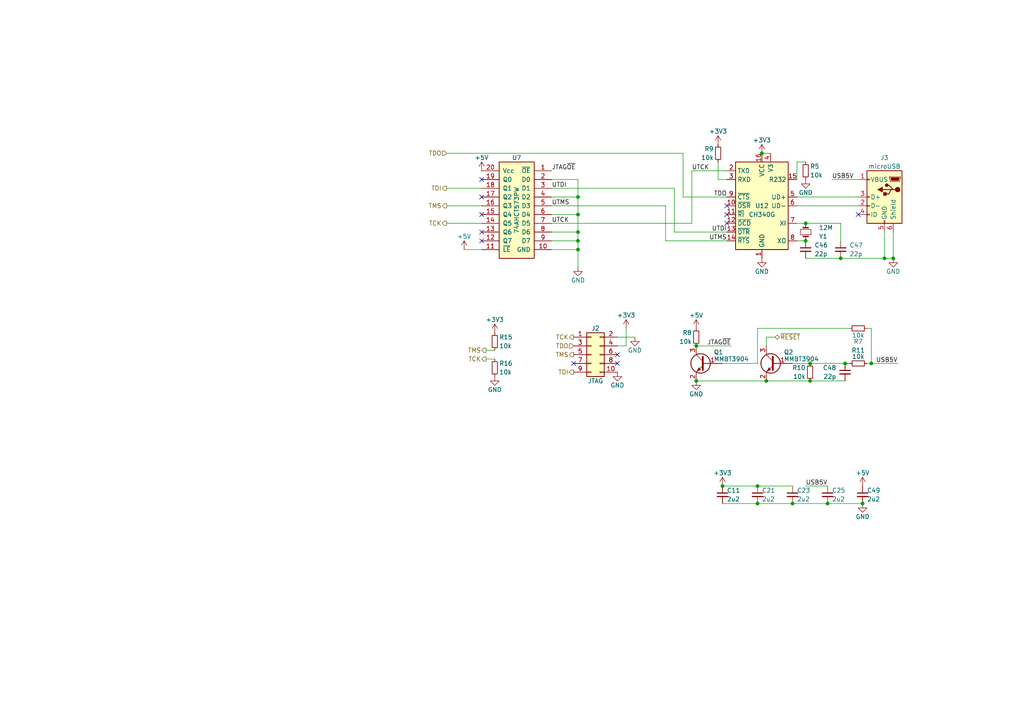
<source format=kicad_sch>
(kicad_sch (version 20211123) (generator eeschema)
  (paper "A4")
  (lib_symbols
    (symbol "Connector:USB_B_Micro" (pin_names (offset 1.016))
      (property "Reference" "J" (at -5.08 11.43 0))
      (property "Value" "USB_B_Micro" (at -5.08 8.89 0))
      (symbol "USB_B_Micro_0_1"
        (rectangle (start -5.08 -7.62) (end 5.08 7.62) (stroke (width 0.254)) (fill (type background)))
        (circle (center -3.81 2.159) (radius 0.635) (stroke (width 0.254)) (fill (type outline)))
        (circle (center -0.635 3.429) (radius 0.381) (stroke (width 0.254)) (fill (type outline)))
        (rectangle (start -0.127 -7.62) (end 0.127 -6.858))
        (polyline (pts (xy -1.905 2.159) (xy 0.635 2.159)) (stroke (width 0.254)))
        (polyline (pts (xy -3.175 2.159) (xy -2.54 2.159) (xy -1.27 3.429) (xy -0.635 3.429)) (stroke (width 0.254)))
        (polyline (pts (xy -2.54 2.159) (xy -1.905 2.159) (xy -1.27 0.889) (xy 0 0.889)) (stroke (width 0.254)))
        (polyline (pts (xy 0.635 2.794) (xy 0.635 1.524) (xy 1.905 2.159) (xy 0.635 2.794)) (stroke (width 0.254)) (fill (type outline)))
        (polyline (pts (xy -4.318 5.588) (xy -1.778 5.588) (xy -2.032 4.826) (xy -4.064 4.826) (xy -4.318 5.588)) (fill (type outline)))
        (polyline (pts (xy -4.699 5.842) (xy -4.699 5.588) (xy -4.445 4.826) (xy -4.445 4.572) (xy -1.651 4.572) (xy -1.651 4.826) (xy -1.397 5.588) (xy -1.397 5.842) (xy -4.699 5.842)))
        (rectangle (start 0.254 1.27) (end -0.508 0.508) (stroke (width 0.254)) (fill (type outline)))
        (rectangle (start 5.08 -5.207) (end 4.318 -4.953))
        (rectangle (start 5.08 -2.667) (end 4.318 -2.413))
        (rectangle (start 5.08 -0.127) (end 4.318 0.127))
        (rectangle (start 5.08 4.953) (end 4.318 5.207))
      )
      (symbol "USB_B_Micro_1_1"
        (pin power_out line (at 7.62 5.08 180) (length 2.54) (name "VBUS") (number "1"))
        (pin bidirectional line (at 7.62 -2.54 180) (length 2.54) (name "D-") (number "2"))
        (pin bidirectional line (at 7.62 0 180) (length 2.54) (name "D+") (number "3"))
        (pin passive line (at 7.62 -5.08 180) (length 2.54) (name "ID") (number "4"))
        (pin power_out line (at 0 -10.16 90) (length 2.54) (name "GND") (number "5"))
        (pin passive line (at -2.54 -10.16 90) (length 2.54) (name "Shield") (number "6"))
      )
    )
    (symbol "Connector_Generic:Conn_02x05_Odd_Even" (pin_names (offset 1.016) hide)
      (property "Reference" "J" (at 1.27 7.62 0))
      (property "Value" "Conn_02x05_Odd_Even" (at 1.27 -7.62 0))
      (symbol "Conn_02x05_Odd_Even_1_1"
        (rectangle (start -1.27 -4.953) (end 0 -5.207) (stroke (width 0.1524)))
        (rectangle (start -1.27 -2.413) (end 0 -2.667) (stroke (width 0.1524)))
        (rectangle (start -1.27 0.127) (end 0 -0.127) (stroke (width 0.1524)))
        (rectangle (start -1.27 2.667) (end 0 2.413) (stroke (width 0.1524)))
        (rectangle (start -1.27 5.207) (end 0 4.953) (stroke (width 0.1524)))
        (rectangle (start -1.27 6.35) (end 3.81 -6.35) (stroke (width 0.254)) (fill (type background)))
        (rectangle (start 3.81 -4.953) (end 2.54 -5.207) (stroke (width 0.1524)))
        (rectangle (start 3.81 -2.413) (end 2.54 -2.667) (stroke (width 0.1524)))
        (rectangle (start 3.81 0.127) (end 2.54 -0.127) (stroke (width 0.1524)))
        (rectangle (start 3.81 2.667) (end 2.54 2.413) (stroke (width 0.1524)))
        (rectangle (start 3.81 5.207) (end 2.54 4.953) (stroke (width 0.1524)))
        (pin passive line (at -5.08 5.08 0) (length 3.81) (name "Pin_1") (number "1"))
        (pin passive line (at 7.62 -5.08 180) (length 3.81) (name "Pin_10") (number "10"))
        (pin passive line (at 7.62 5.08 180) (length 3.81) (name "Pin_2") (number "2"))
        (pin passive line (at -5.08 2.54 0) (length 3.81) (name "Pin_3") (number "3"))
        (pin passive line (at 7.62 2.54 180) (length 3.81) (name "Pin_4") (number "4"))
        (pin passive line (at -5.08 0 0) (length 3.81) (name "Pin_5") (number "5"))
        (pin passive line (at 7.62 0 180) (length 3.81) (name "Pin_6") (number "6"))
        (pin passive line (at -5.08 -2.54 0) (length 3.81) (name "Pin_7") (number "7"))
        (pin passive line (at 7.62 -2.54 180) (length 3.81) (name "Pin_8") (number "8"))
        (pin passive line (at -5.08 -5.08 0) (length 3.81) (name "Pin_9") (number "9"))
      )
    )
    (symbol "Device:C_Small" (pin_numbers hide) (pin_names (offset 0.254) hide)
      (property "Reference" "C" (at 0.254 1.778 0))
      (property "Value" "C_Small" (at 0.254 -2.032 0))
      (symbol "C_Small_0_1"
        (polyline (pts (xy -1.524 -0.508) (xy 1.524 -0.508)) (stroke (width 0.3302)))
        (polyline (pts (xy -1.524 0.508) (xy 1.524 0.508)) (stroke (width 0.3048)))
      )
      (symbol "C_Small_1_1"
        (pin passive line (at 0 2.54 270) (length 2.032) (name "~") (number "1"))
        (pin passive line (at 0 -2.54 90) (length 2.032) (name "~") (number "2"))
      )
    )
    (symbol "Device:Crystal_Small" (pin_numbers hide) (pin_names (offset 1.016) hide)
      (property "Reference" "Y" (at 0 2.54 0))
      (property "Value" "Crystal_Small" (at 0 -2.54 0))
      (symbol "Crystal_Small_0_1"
        (rectangle (start -0.762 -1.524) (end 0.762 1.524))
        (polyline (pts (xy -1.27 -0.762) (xy -1.27 0.762)) (stroke (width 0.381)))
        (polyline (pts (xy 1.27 -0.762) (xy 1.27 0.762)) (stroke (width 0.381)))
      )
      (symbol "Crystal_Small_1_1"
        (pin passive line (at -2.54 0 0) (length 1.27) (name "1") (number "1"))
        (pin passive line (at 2.54 0 180) (length 1.27) (name "2") (number "2"))
      )
    )
    (symbol "Device:R_Small" (pin_numbers hide) (pin_names (offset 0.254) hide)
      (property "Reference" "R" (at 0.762 0.508 0))
      (property "Value" "R_Small" (at 0.762 -1.016 0))
      (symbol "R_Small_0_1"
        (rectangle (start -0.762 1.778) (end 0.762 -1.778) (stroke (width 0.2032)))
      )
      (symbol "R_Small_1_1"
        (pin passive line (at 0 2.54 270) (length 0.762) (name "~") (number "1"))
        (pin passive line (at 0 -2.54 90) (length 0.762) (name "~") (number "2"))
      )
    )
    (symbol "GW_Logic:74573" (pin_names (offset 1.016))
      (property "Reference" "U" (at 0 15.24 0))
      (property "Value" "74573" (at 0 -15.24 0))
      (symbol "74573_0_1"
        (rectangle (start -5.08 13.97) (end 5.08 -13.97) (stroke (width 0.254)) (fill (type background)))
      )
      (symbol "74573_1_1"
        (pin input line (at -10.16 11.43 0) (length 5.08) (name "~{OE}") (number "1"))
        (pin power_in line (at -10.16 -11.43 0) (length 5.08) (name "GND") (number "10"))
        (pin input line (at 10.16 -11.43 180) (length 5.08) (name "~{LE}") (number "11"))
        (pin tri_state line (at 10.16 -8.89 180) (length 5.08) (name "Q7") (number "12"))
        (pin tri_state line (at 10.16 -6.35 180) (length 5.08) (name "Q6") (number "13"))
        (pin tri_state line (at 10.16 -3.81 180) (length 5.08) (name "Q5") (number "14"))
        (pin tri_state line (at 10.16 -1.27 180) (length 5.08) (name "Q4") (number "15"))
        (pin tri_state line (at 10.16 1.27 180) (length 5.08) (name "Q3") (number "16"))
        (pin tri_state line (at 10.16 3.81 180) (length 5.08) (name "Q2") (number "17"))
        (pin tri_state line (at 10.16 6.35 180) (length 5.08) (name "Q1") (number "18"))
        (pin tri_state line (at 10.16 8.89 180) (length 5.08) (name "Q0") (number "19"))
        (pin input line (at -10.16 8.89 0) (length 5.08) (name "D0") (number "2"))
        (pin power_in line (at 10.16 11.43 180) (length 5.08) (name "Vcc") (number "20"))
        (pin input line (at -10.16 6.35 0) (length 5.08) (name "D1") (number "3"))
        (pin input line (at -10.16 3.81 0) (length 5.08) (name "D2") (number "4"))
        (pin input line (at -10.16 1.27 0) (length 5.08) (name "D3") (number "5"))
        (pin input line (at -10.16 -1.27 0) (length 5.08) (name "D4") (number "6"))
        (pin input line (at -10.16 -3.81 0) (length 5.08) (name "D5") (number "7"))
        (pin input line (at -10.16 -6.35 0) (length 5.08) (name "D6") (number "8"))
        (pin input line (at -10.16 -8.89 0) (length 5.08) (name "D7") (number "9"))
      )
    )
    (symbol "Interface_USB:CH340G"
      (property "Reference" "U" (at -5.08 13.97 0))
      (property "Value" "CH340G" (at 1.27 13.97 0))
      (symbol "CH340G_0_1"
        (rectangle (start -7.62 12.7) (end 7.62 -12.7) (stroke (width 0.254)) (fill (type background)))
      )
      (symbol "CH340G_1_1"
        (pin power_in line (at 0 -15.24 90) (length 2.54) (name "GND") (number "1"))
        (pin input line (at 10.16 0 180) (length 2.54) (name "~{DSR}") (number "10"))
        (pin input line (at 10.16 -2.54 180) (length 2.54) (name "~{RI}") (number "11"))
        (pin input line (at 10.16 -5.08 180) (length 2.54) (name "~{DCD}") (number "12"))
        (pin output line (at 10.16 -7.62 180) (length 2.54) (name "~{DTR}") (number "13"))
        (pin output line (at 10.16 -10.16 180) (length 2.54) (name "~{RTS}") (number "14"))
        (pin input line (at -10.16 7.62 0) (length 2.54) (name "R232") (number "15"))
        (pin power_in line (at 0 15.24 270) (length 2.54) (name "VCC") (number "16"))
        (pin output line (at 10.16 10.16 180) (length 2.54) (name "TXD") (number "2"))
        (pin input line (at 10.16 7.62 180) (length 2.54) (name "RXD") (number "3"))
        (pin passive line (at -2.54 15.24 270) (length 2.54) (name "V3") (number "4"))
        (pin bidirectional line (at -10.16 2.54 0) (length 2.54) (name "UD+") (number "5"))
        (pin bidirectional line (at -10.16 0 0) (length 2.54) (name "UD-") (number "6"))
        (pin input line (at -10.16 -5.08 0) (length 2.54) (name "XI") (number "7"))
        (pin output line (at -10.16 -10.16 0) (length 2.54) (name "XO") (number "8"))
        (pin input line (at 10.16 2.54 180) (length 2.54) (name "~{CTS}") (number "9"))
      )
    )
    (symbol "Transistor_BJT:MMBT3904" (pin_names (offset 0) hide)
      (property "Reference" "Q" (at 5.08 1.905 0))
      (property "Value" "MMBT3904" (at 5.08 0 0))
      (symbol "MMBT3904_0_1"
        (polyline (pts (xy 0.635 0.635) (xy 2.54 2.54)))
        (polyline (pts (xy 0.635 -0.635) (xy 2.54 -2.54) (xy 2.54 -2.54)))
        (polyline (pts (xy 0.635 1.905) (xy 0.635 -1.905) (xy 0.635 -1.905)) (stroke (width 0.508)))
        (polyline (pts (xy 1.27 -1.778) (xy 1.778 -1.27) (xy 2.286 -2.286) (xy 1.27 -1.778) (xy 1.27 -1.778)) (fill (type outline)))
        (circle (center 1.27 0) (radius 2.8194) (stroke (width 0.254)))
      )
      (symbol "MMBT3904_1_1"
        (pin input line (at -5.08 0 0) (length 5.715) (name "B") (number "1"))
        (pin passive line (at 2.54 -5.08 90) (length 2.54) (name "E") (number "2"))
        (pin passive line (at 2.54 5.08 270) (length 2.54) (name "C") (number "3"))
      )
    )
    (symbol "power:+3V3" (power) (pin_names (offset 0))
      (property "Value" "+3V3" (at 0 3.556 0))
      (symbol "+3V3_0_1"
        (polyline (pts (xy -0.762 1.27) (xy 0 2.54)))
        (polyline (pts (xy 0 0) (xy 0 2.54)))
        (polyline (pts (xy 0 2.54) (xy 0.762 1.27)))
      )
      (symbol "+3V3_1_1"
        (pin power_in line (at 0 0 90) (length 0) hide (name "+3V3") (number "1"))
      )
    )
    (symbol "power:+5V" (power) (pin_names (offset 0))
      (property "Value" "+5V" (at 0 3.556 0))
      (symbol "+5V_0_1"
        (polyline (pts (xy -0.762 1.27) (xy 0 2.54)))
        (polyline (pts (xy 0 0) (xy 0 2.54)))
        (polyline (pts (xy 0 2.54) (xy 0.762 1.27)))
      )
      (symbol "+5V_1_1"
        (pin power_in line (at 0 0 90) (length 0) hide (name "+5V") (number "1"))
      )
    )
    (symbol "power:GND" (power) (pin_names (offset 0))
      (property "Value" "GND" (at 0 -3.81 0))
      (symbol "GND_0_1"
        (polyline (pts (xy 0 0) (xy 0 -1.27) (xy 1.27 -1.27) (xy 0 -2.54) (xy -1.27 -1.27) (xy 0 -1.27)))
      )
      (symbol "GND_1_1"
        (pin power_in line (at 0 0 270) (length 0) hide (name "GND") (number "1"))
      )
    )
  )
  (junction (at 220.98 44.45))
  (junction (at 259.08 74.93))
  (junction (at 222.25 110.49))
  (junction (at 229.87 146.05))
  (junction (at 250.19 146.05))
  (junction (at 167.64 62.23))
  (junction (at 233.68 69.85))
  (junction (at 167.64 67.31))
  (junction (at 167.64 57.15))
  (junction (at 233.68 64.77))
  (junction (at 209.55 140.97))
  (junction (at 167.64 72.39))
  (junction (at 243.84 74.93))
  (junction (at 252.73 105.41))
  (junction (at 201.93 110.49))
  (junction (at 201.93 100.33))
  (junction (at 234.95 105.41))
  (junction (at 234.95 110.49))
  (junction (at 240.03 146.05))
  (junction (at 219.71 146.05))
  (junction (at 245.11 105.41))
  (junction (at 256.54 74.93))
  (junction (at 219.71 140.97))
  (junction (at 167.64 69.85))
  (no_connect (at 139.7 52.07))
  (no_connect (at 139.7 57.15))
  (no_connect (at 210.82 64.77))
  (no_connect (at 210.82 62.23))
  (no_connect (at 210.82 59.69))
  (no_connect (at 179.07 105.41))
  (no_connect (at 139.7 69.85))
  (no_connect (at 248.92 62.23))
  (no_connect (at 166.37 105.41))
  (no_connect (at 179.07 102.87))
  (no_connect (at 139.7 62.23))
  (no_connect (at 139.7 67.31))
  (wire (pts (xy 219.71 95.25) (xy 246.38 95.25)))
  (wire (pts (xy 234.95 105.41) (xy 245.11 105.41)))
  (wire (pts (xy 160.02 69.85) (xy 167.64 69.85)))
  (wire (pts (xy 233.68 64.77) (xy 231.14 64.77)))
  (wire (pts (xy 243.84 64.77) (xy 243.84 69.85)))
  (wire (pts (xy 179.07 97.79) (xy 184.15 97.79)))
  (wire (pts (xy 167.64 72.39) (xy 167.64 77.47)))
  (wire (pts (xy 139.7 64.77) (xy 129.54 64.77)))
  (wire (pts (xy 222.25 97.79) (xy 222.25 100.33)))
  (wire (pts (xy 160.02 72.39) (xy 167.64 72.39)))
  (wire (pts (xy 231.14 59.69) (xy 248.92 59.69)))
  (wire (pts (xy 219.71 105.41) (xy 209.55 105.41)))
  (wire (pts (xy 252.73 95.25) (xy 252.73 105.41)))
  (wire (pts (xy 231.14 69.85) (xy 233.68 69.85)))
  (wire (pts (xy 167.64 62.23) (xy 167.64 57.15)))
  (wire (pts (xy 233.68 74.93) (xy 243.84 74.93)))
  (wire (pts (xy 209.55 140.97) (xy 219.71 140.97)))
  (wire (pts (xy 229.87 140.97) (xy 219.71 140.97)))
  (wire (pts (xy 243.84 64.77) (xy 233.68 64.77)))
  (wire (pts (xy 198.12 44.45) (xy 198.12 57.15)))
  (wire (pts (xy 167.64 52.07) (xy 160.02 52.07)))
  (wire (pts (xy 139.7 59.69) (xy 129.54 59.69)))
  (wire (pts (xy 179.07 100.33) (xy 181.61 100.33)))
  (wire (pts (xy 229.87 105.41) (xy 234.95 105.41)))
  (wire (pts (xy 143.51 101.6) (xy 140.97 101.6)))
  (wire (pts (xy 210.82 69.85) (xy 193.04 69.85)))
  (wire (pts (xy 200.66 64.77) (xy 200.66 49.53)))
  (wire (pts (xy 222.25 110.49) (xy 234.95 110.49)))
  (wire (pts (xy 181.61 100.33) (xy 181.61 95.25)))
  (wire (pts (xy 201.93 100.33) (xy 212.09 100.33)))
  (wire (pts (xy 259.08 67.31) (xy 259.08 74.93)))
  (wire (pts (xy 251.46 95.25) (xy 252.73 95.25)))
  (wire (pts (xy 240.03 140.97) (xy 233.68 140.97)))
  (wire (pts (xy 195.58 54.61) (xy 195.58 67.31)))
  (wire (pts (xy 167.64 57.15) (xy 167.64 52.07)))
  (wire (pts (xy 195.58 67.31) (xy 210.82 67.31)))
  (wire (pts (xy 140.97 104.14) (xy 143.51 104.14)))
  (wire (pts (xy 219.71 146.05) (xy 229.87 146.05)))
  (wire (pts (xy 139.7 54.61) (xy 129.54 54.61)))
  (wire (pts (xy 160.02 64.77) (xy 200.66 64.77)))
  (wire (pts (xy 256.54 67.31) (xy 256.54 74.93)))
  (wire (pts (xy 251.46 105.41) (xy 252.73 105.41)))
  (wire (pts (xy 243.84 74.93) (xy 256.54 74.93)))
  (wire (pts (xy 167.64 67.31) (xy 167.64 62.23)))
  (wire (pts (xy 259.08 74.93) (xy 256.54 74.93)))
  (wire (pts (xy 219.71 146.05) (xy 209.55 146.05)))
  (wire (pts (xy 241.3 52.07) (xy 248.92 52.07)))
  (wire (pts (xy 223.52 44.45) (xy 220.98 44.45)))
  (wire (pts (xy 160.02 54.61) (xy 195.58 54.61)))
  (wire (pts (xy 201.93 110.49) (xy 222.25 110.49)))
  (wire (pts (xy 160.02 59.69) (xy 193.04 59.69)))
  (wire (pts (xy 193.04 59.69) (xy 193.04 69.85)))
  (wire (pts (xy 198.12 57.15) (xy 210.82 57.15)))
  (wire (pts (xy 245.11 105.41) (xy 246.38 105.41)))
  (wire (pts (xy 229.87 146.05) (xy 240.03 146.05)))
  (wire (pts (xy 129.54 44.45) (xy 198.12 44.45)))
  (wire (pts (xy 231.14 52.07) (xy 231.14 46.99)))
  (wire (pts (xy 234.95 110.49) (xy 245.11 110.49)))
  (wire (pts (xy 160.02 62.23) (xy 167.64 62.23)))
  (wire (pts (xy 252.73 105.41) (xy 260.35 105.41)))
  (wire (pts (xy 240.03 146.05) (xy 250.19 146.05)))
  (wire (pts (xy 248.92 57.15) (xy 231.14 57.15)))
  (wire (pts (xy 208.28 46.99) (xy 208.28 52.07)))
  (wire (pts (xy 231.14 46.99) (xy 233.68 46.99)))
  (wire (pts (xy 224.79 97.79) (xy 222.25 97.79)))
  (wire (pts (xy 167.64 69.85) (xy 167.64 67.31)))
  (wire (pts (xy 160.02 57.15) (xy 167.64 57.15)))
  (wire (pts (xy 167.64 69.85) (xy 167.64 72.39)))
  (wire (pts (xy 134.62 72.39) (xy 139.7 72.39)))
  (wire (pts (xy 208.28 52.07) (xy 210.82 52.07)))
  (wire (pts (xy 219.71 95.25) (xy 219.71 105.41)))
  (wire (pts (xy 167.64 67.31) (xy 160.02 67.31)))
  (wire (pts (xy 210.82 49.53) (xy 200.66 49.53)))
  (label "USB5V" (at 260.35 105.41 180))
  (label "UTDI" (at 160.02 54.61 0))
  (label "JTAG~{OE}" (at 160.02 49.53 0))
  (label "UTMS" (at 160.02 59.69 0))
  (label "USB5V" (at 241.3 52.07 0))
  (label "UTMS" (at 210.82 69.85 180))
  (label "JTAG~{OE}" (at 212.09 100.33 180))
  (label "TDO" (at 210.82 57.15 180))
  (label "UTDI" (at 210.82 67.31 180))
  (label "UTCK" (at 160.02 64.77 0))
  (label "UTCK" (at 200.66 49.53 0))
  (label "USB5V" (at 233.68 140.97 0))
  (hierarchical_label "TCK" (shape output) (at 166.37 97.79 180))
  (hierarchical_label "TCK" (shape output) (at 140.97 104.14 180))
  (hierarchical_label "TMS" (shape output) (at 140.97 101.6 180))
  (hierarchical_label "~{RESET}" (shape tri_state) (at 224.79 97.79 0))
  (hierarchical_label "TDI" (shape output) (at 166.37 107.95 180))
  (hierarchical_label "TMS" (shape output) (at 166.37 102.87 180))
  (hierarchical_label "TCK" (shape output) (at 129.54 64.77 180))
  (hierarchical_label "TMS" (shape output) (at 129.54 59.69 180))
  (hierarchical_label "TDI" (shape output) (at 129.54 54.61 180))
  (hierarchical_label "TDO" (shape input) (at 166.37 100.33 180))
  (hierarchical_label "TDO" (shape input) (at 129.54 44.45 180))
  (symbol (lib_id "Device:Crystal_Small") (at 233.68 67.31 270) (mirror x) (unit 1)
    (property "Reference" "Y1" (at 237.49 68.58 90) (effects (justify left)))
    (property "Value" "12M" (at 237.49 66.04 90) (effects (justify left)))
    (property "Footprint" "stdpads:Crystal_HC49-SMD" (effects hide))
    (property "LCSC Part" "C111117" (effects hide))
  )
  (symbol (lib_id "Connector_Generic:Conn_02x05_Odd_Even") (at 171.45 102.87 0) (unit 1)
    (property "Reference" "J2" (at 172.72 95.25 0))
    (property "Value" "JTAG" (at 172.72 110.49 0))
    (property "Footprint" "Connector:Tag-Connect_TC2050-IDC-FP_2x05_P1.27mm_Vertical" (effects hide))
  )
  (symbol (lib_id "power:+3V3") (at 181.61 95.25 0) (unit 1)
    (property "Reference" "#PWR0128" (effects hide))
    (property "Value" "+3V3" (at 181.61 91.44 0))
  )
  (symbol (lib_id "Interface_USB:CH340G") (at 220.98 59.69 0) (mirror y) (unit 1)
    (property "Reference" "U12" (at 220.98 59.69 0))
    (property "Value" "CH340G" (at 220.98 62.23 0))
    (property "Footprint" "stdpads:SOIC-16_3.9mm" (effects hide))
    (property "Datasheet" "http://www.datasheet5.com/pdf-local-2195953" (effects hide))
    (property "LCSC Part" "C14267" (effects hide))
  )
  (symbol (lib_id "power:GND") (at 233.68 52.07 0) (mirror y) (unit 1)
    (property "Reference" "#PWR0164" (effects hide))
    (property "Value" "GND" (at 233.68 55.88 0))
  )
  (symbol (lib_id "power:+3V3") (at 209.55 140.97 0) (unit 1)
    (property "Reference" "#PWR0202" (effects hide))
    (property "Value" "+3V3" (at 209.55 137.16 0))
  )
  (symbol (lib_id "Device:C_Small") (at 209.55 143.51 0) (unit 1)
    (property "Reference" "C11" (at 210.82 142.24 0) (effects (justify left)))
    (property "Value" "2u2" (at 210.82 144.78 0) (effects (justify left)))
    (property "Footprint" "stdpads:C_0603" (effects hide))
    (property "LCSC Part" "C23630" (effects hide))
  )
  (symbol (lib_id "Device:C_Small") (at 219.71 143.51 0) (unit 1)
    (property "Reference" "C21" (at 220.98 142.24 0) (effects (justify left)))
    (property "Value" "2u2" (at 220.98 144.78 0) (effects (justify left)))
    (property "Footprint" "stdpads:C_0603" (effects hide))
    (property "LCSC Part" "C23630" (effects hide))
  )
  (symbol (lib_id "Device:C_Small") (at 229.87 143.51 0) (unit 1)
    (property "Reference" "C23" (at 231.14 142.24 0) (effects (justify left)))
    (property "Value" "2u2" (at 231.14 144.78 0) (effects (justify left)))
    (property "Footprint" "stdpads:C_0603" (effects hide))
    (property "LCSC Part" "C23630" (effects hide))
  )
  (symbol (lib_id "Device:C_Small") (at 240.03 143.51 0) (unit 1)
    (property "Reference" "C25" (at 241.3 142.24 0) (effects (justify left)))
    (property "Value" "2u2" (at 241.3 144.78 0) (effects (justify left)))
    (property "Footprint" "stdpads:C_0603" (effects hide))
    (property "LCSC Part" "C23630" (effects hide))
  )
  (symbol (lib_id "power:GND") (at 259.08 74.93 0) (mirror y) (unit 1)
    (property "Reference" "#PWR0165" (effects hide))
    (property "Value" "GND" (at 259.08 78.74 0))
  )
  (symbol (lib_id "power:GND") (at 179.07 107.95 0) (unit 1)
    (property "Reference" "#PWR0127" (effects hide))
    (property "Value" "GND" (at 179.07 111.76 0))
  )
  (symbol (lib_id "Device:C_Small") (at 233.68 72.39 0) (unit 1)
    (property "Reference" "C46" (at 236.22 71.12 0) (effects (justify left)))
    (property "Value" "22p" (at 236.22 73.66 0) (effects (justify left)))
    (property "Footprint" "stdpads:C_0603" (effects hide))
    (property "LCSC Part" "C1653" (effects hide))
  )
  (symbol (lib_id "Device:C_Small") (at 243.84 72.39 0) (unit 1)
    (property "Reference" "C47" (at 246.38 71.12 0) (effects (justify left)))
    (property "Value" "22p" (at 246.38 73.66 0) (effects (justify left)))
    (property "Footprint" "stdpads:C_0603" (effects hide))
    (property "LCSC Part" "C1653" (effects hide))
  )
  (symbol (lib_id "Connector:USB_B_Micro") (at 256.54 57.15 0) (mirror y) (unit 1)
    (property "Reference" "J3" (at 256.54 45.72 0))
    (property "Value" "microUSB" (at 256.54 48.26 0))
    (property "Footprint" "stdpads:USB_Micro-B_ShouHan_MicroXNJ" (effects hide))
    (property "LCSC Part" "C404969" (effects hide))
  )
  (symbol (lib_id "power:GND") (at 184.15 97.79 0) (unit 1)
    (property "Reference" "#PWR0204" (effects hide))
    (property "Value" "GND" (at 184.15 101.6 0))
  )
  (symbol (lib_id "power:+3V3") (at 208.28 41.91 0) (unit 1)
    (property "Reference" "#PWR0185" (effects hide))
    (property "Value" "+3V3" (at 208.28 38.1 0))
  )
  (symbol (lib_id "GW_Logic:74573") (at 149.86 60.96 0) (mirror y) (unit 1)
    (property "Reference" "U7" (at 149.86 45.72 0))
    (property "Value" "74AHCT573PW" (at 149.86 60.96 90))
    (property "Footprint" "stdpads:TSSOP-20_4.4x6.5mm_P0.65mm" (effects hide))
    (property "LCSC Part" "C141311" (effects hide))
  )
  (symbol (lib_id "Transistor_BJT:MMBT3904") (at 224.79 105.41 0) (mirror y) (unit 1)
    (property "Reference" "Q2" (at 227.33 102.87 0) (effects (justify right bottom)))
    (property "Value" "MMBT3904" (at 227.33 104.14 0) (effects (justify right)))
    (property "Footprint" "stdpads:SOT-23" (effects hide))
    (property "Datasheet" "https://www.onsemi.com/pub/Collateral/2N3903-D.PDF" (effects hide))
    (property "LCSC Part" "C20526" (effects hide))
  )
  (symbol (lib_id "Device:R_Small") (at 248.92 105.41 90) (mirror x) (unit 1)
    (property "Reference" "R11" (at 248.92 101.6 90))
    (property "Value" "10k" (at 248.92 104.14 90) (effects (justify bottom)))
    (property "Footprint" "stdpads:R_0603" (effects hide))
    (property "LCSC Part" "C25804" (effects hide))
  )
  (symbol (lib_id "Device:C_Small") (at 245.11 107.95 0) (mirror y) (unit 1)
    (property "Reference" "C48" (at 242.57 106.68 0) (effects (justify left)))
    (property "Value" "22p" (at 242.57 109.22 0) (effects (justify left)))
    (property "Footprint" "stdpads:C_0603" (effects hide))
    (property "LCSC Part" "C1653" (effects hide))
  )
  (symbol (lib_id "power:GND") (at 201.93 110.49 0) (unit 1)
    (property "Reference" "#PWR0196" (effects hide))
    (property "Value" "GND" (at 201.93 114.3 0))
  )
  (symbol (lib_id "Transistor_BJT:MMBT3904") (at 204.47 105.41 0) (mirror y) (unit 1)
    (property "Reference" "Q1" (at 207.01 102.87 0) (effects (justify right bottom)))
    (property "Value" "MMBT3904" (at 207.01 104.14 0) (effects (justify right)))
    (property "Footprint" "stdpads:SOT-23" (effects hide))
    (property "Datasheet" "https://www.onsemi.com/pub/Collateral/2N3903-D.PDF" (effects hide))
    (property "LCSC Part" "C20526" (effects hide))
  )
  (symbol (lib_id "power:GND") (at 167.64 77.47 0) (mirror y) (unit 1)
    (property "Reference" "#PWR0172" (effects hide))
    (property "Value" "GND" (at 167.64 81.28 0))
  )
  (symbol (lib_id "power:+5V") (at 139.7 49.53 0) (unit 1)
    (property "Reference" "#PWR0197" (effects hide))
    (property "Value" "+5V" (at 139.7 45.72 0))
  )
  (symbol (lib_id "power:+5V") (at 201.93 95.25 0) (mirror y) (unit 1)
    (property "Reference" "#PWR0198" (effects hide))
    (property "Value" "+5V" (at 201.93 91.44 0))
  )
  (symbol (lib_id "power:GND") (at 250.19 146.05 0) (mirror y) (unit 1)
    (property "Reference" "#PWR0199" (effects hide))
    (property "Value" "GND" (at 250.19 149.86 0))
  )
  (symbol (lib_id "Device:C_Small") (at 250.19 143.51 0) (unit 1)
    (property "Reference" "C49" (at 251.46 142.24 0) (effects (justify left)))
    (property "Value" "2u2" (at 251.46 144.78 0) (effects (justify left)))
    (property "Footprint" "stdpads:C_0603" (effects hide))
    (property "LCSC Part" "C23630" (effects hide))
  )
  (symbol (lib_id "power:+5V") (at 250.19 140.97 0) (unit 1)
    (property "Reference" "#PWR0150" (effects hide))
    (property "Value" "+5V" (at 250.19 137.16 0))
  )
  (symbol (lib_id "power:GND") (at 220.98 74.93 0) (mirror y) (unit 1)
    (property "Reference" "#PWR0162" (effects hide))
    (property "Value" "GND" (at 220.98 78.74 0))
  )
  (symbol (lib_id "power:+3V3") (at 220.98 44.45 0) (mirror y) (unit 1)
    (property "Reference" "#PWR0140" (effects hide))
    (property "Value" "+3V3" (at 220.98 40.64 0))
  )
  (symbol (lib_id "Device:R_Small") (at 143.51 106.68 0) (mirror y) (unit 1)
    (property "Reference" "R16" (at 144.78 105.41 0) (effects (justify right)))
    (property "Value" "10k" (at 144.78 107.95 0) (effects (justify right)))
    (property "Footprint" "stdpads:R_0603" (effects hide))
    (property "LCSC Part" "C25804" (effects hide))
  )
  (symbol (lib_id "Device:R_Small") (at 143.51 99.06 0) (mirror y) (unit 1)
    (property "Reference" "R15" (at 144.78 97.79 0) (effects (justify right)))
    (property "Value" "10k" (at 144.78 100.33 0) (effects (justify right)))
    (property "Footprint" "stdpads:R_0603" (effects hide))
    (property "LCSC Part" "C25804" (effects hide))
  )
  (symbol (lib_id "power:+3V3") (at 143.51 96.52 0) (unit 1)
    (property "Reference" "#PWR0205" (effects hide))
    (property "Value" "+3V3" (at 143.51 92.71 0))
  )
  (symbol (lib_id "power:GND") (at 143.51 109.22 0) (unit 1)
    (property "Reference" "#PWR0206" (effects hide))
    (property "Value" "GND" (at 143.51 113.03 0))
  )
  (symbol (lib_id "power:+5V") (at 134.62 72.39 0) (unit 1)
    (property "Reference" "#PWR0163" (effects hide))
    (property "Value" "+5V" (at 134.62 68.58 0))
  )
  (symbol (lib_id "Device:R_Small") (at 248.92 95.25 90) (unit 1)
    (property "Reference" "R7" (at 248.92 99.06 90))
    (property "Value" "10k" (at 248.92 96.52 90) (effects (justify bottom)))
    (property "Footprint" "stdpads:R_0603" (effects hide))
    (property "LCSC Part" "C25804" (effects hide))
  )
  (symbol (lib_id "Device:R_Small") (at 234.95 107.95 0) (unit 1)
    (property "Reference" "R10" (at 233.68 106.68 0) (effects (justify right)))
    (property "Value" "10k" (at 233.68 109.22 0) (effects (justify right)))
    (property "Footprint" "stdpads:R_0603" (effects hide))
    (property "LCSC Part" "C25804" (effects hide))
  )
  (symbol (lib_id "Device:R_Small") (at 233.68 49.53 0) (mirror y) (unit 1)
    (property "Reference" "R5" (at 234.95 48.26 0) (effects (justify right)))
    (property "Value" "10k" (at 234.95 50.8 0) (effects (justify right)))
    (property "Footprint" "stdpads:R_0603" (effects hide))
    (property "LCSC Part" "C25804" (effects hide))
  )
  (symbol (lib_id "Device:R_Small") (at 201.93 97.79 0) (unit 1)
    (property "Reference" "R8" (at 200.66 96.52 0) (effects (justify right)))
    (property "Value" "10k" (at 200.66 99.06 0) (effects (justify right)))
    (property "Footprint" "stdpads:R_0603" (effects hide))
    (property "LCSC Part" "C25804" (effects hide))
  )
  (symbol (lib_id "Device:R_Small") (at 208.28 44.45 0) (unit 1)
    (property "Reference" "R9" (at 207.01 43.18 0) (effects (justify right)))
    (property "Value" "10k" (at 207.01 45.72 0) (effects (justify right)))
    (property "Footprint" "stdpads:R_0603" (effects hide))
    (property "LCSC Part" "C25804" (effects hide))
  )
)
</source>
